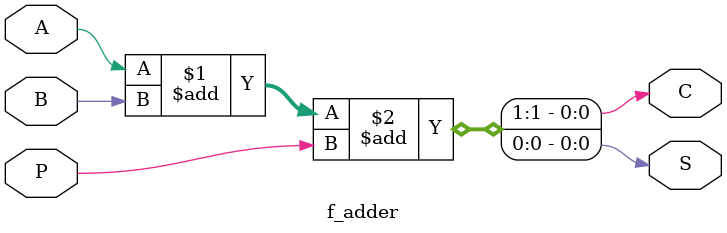
<source format=sv>
module f_adder (A,B,P,S,C);
    input  logic   A;
    input  logic   B;
    input  logic   P;
    output logic   S;
    output logic   C;
    
    assign {C, S}= A+B+P;
endmodule 


</source>
